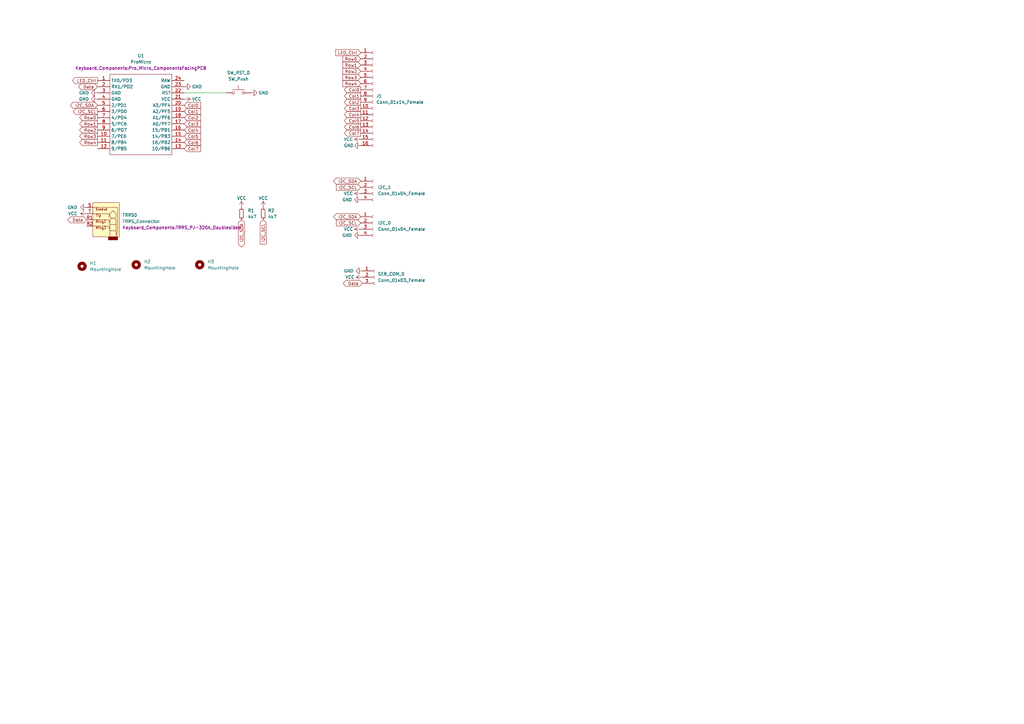
<source format=kicad_sch>
(kicad_sch (version 20231120) (generator "eeschema") (generator_version "8.0")
  (paper "A3")
  (lib_symbols
    (symbol "Connector:Conn_01x03_Female" (pin_names (offset 1.016) hide)
      (property "Reference" "J" (at 0 5.08 0))
      (property "Value" "Conn_01x03_Female" (at 0 -5.08 0))
      (symbol "Conn_01x03_Female_1_1"
        (arc (start 0 -2.032) (mid -0.5058 -2.54) (end 0 -3.048) (stroke (width 0.1524)))
        (polyline (pts (xy -1.27 -2.54) (xy -0.508 -2.54)) (stroke (width 0.1524)))
        (polyline (pts (xy -1.27 0) (xy -0.508 0)) (stroke (width 0.1524)))
        (polyline (pts (xy -1.27 2.54) (xy -0.508 2.54)) (stroke (width 0.1524)))
        (arc (start 0 0.508) (mid -0.5058 0) (end 0 -0.508) (stroke (width 0.1524)))
        (arc (start 0 3.048) (mid -0.5058 2.54) (end 0 2.032) (stroke (width 0.1524)))
        (pin passive line (at -5.08 2.54 0) (length 3.81) (name "Pin_1") (number "1"))
        (pin passive line (at -5.08 0 0) (length 3.81) (name "Pin_2") (number "2"))
        (pin passive line (at -5.08 -2.54 0) (length 3.81) (name "Pin_3") (number "3"))
      )
    )
    (symbol "Connector:Conn_01x04_Female" (pin_names (offset 1.016) hide)
      (property "Reference" "J" (at 0 5.08 0))
      (property "Value" "Conn_01x04_Female" (at 0 -7.62 0))
      (symbol "Conn_01x04_Female_1_1"
        (arc (start 0 -4.572) (mid -0.5058 -5.08) (end 0 -5.588) (stroke (width 0.1524)))
        (arc (start 0 -2.032) (mid -0.5058 -2.54) (end 0 -3.048) (stroke (width 0.1524)))
        (polyline (pts (xy -1.27 -5.08) (xy -0.508 -5.08)) (stroke (width 0.1524)))
        (polyline (pts (xy -1.27 -2.54) (xy -0.508 -2.54)) (stroke (width 0.1524)))
        (polyline (pts (xy -1.27 0) (xy -0.508 0)) (stroke (width 0.1524)))
        (polyline (pts (xy -1.27 2.54) (xy -0.508 2.54)) (stroke (width 0.1524)))
        (arc (start 0 0.508) (mid -0.5058 0) (end 0 -0.508) (stroke (width 0.1524)))
        (arc (start 0 3.048) (mid -0.5058 2.54) (end 0 2.032) (stroke (width 0.1524)))
        (pin passive line (at -5.08 2.54 0) (length 3.81) (name "Pin_1") (number "1"))
        (pin passive line (at -5.08 0 0) (length 3.81) (name "Pin_2") (number "2"))
        (pin passive line (at -5.08 -2.54 0) (length 3.81) (name "Pin_3") (number "3"))
        (pin passive line (at -5.08 -5.08 0) (length 3.81) (name "Pin_4") (number "4"))
      )
    )
    (symbol "Connector:Conn_01x16_Female" (pin_names (offset 1.016) hide)
      (property "Reference" "J" (at 0 20.32 0))
      (property "Value" "Conn_01x16_Female" (at 0 -22.86 0))
      (symbol "Conn_01x16_Female_1_1"
        (arc (start 0 -19.812) (mid -0.5058 -20.32) (end 0 -20.828) (stroke (width 0.1524)))
        (arc (start 0 -17.272) (mid -0.5058 -17.78) (end 0 -18.288) (stroke (width 0.1524)))
        (arc (start 0 -14.732) (mid -0.5058 -15.24) (end 0 -15.748) (stroke (width 0.1524)))
        (arc (start 0 -12.192) (mid -0.5058 -12.7) (end 0 -13.208) (stroke (width 0.1524)))
        (arc (start 0 -9.652) (mid -0.5058 -10.16) (end 0 -10.668) (stroke (width 0.1524)))
        (arc (start 0 -7.112) (mid -0.5058 -7.62) (end 0 -8.128) (stroke (width 0.1524)))
        (arc (start 0 -4.572) (mid -0.5058 -5.08) (end 0 -5.588) (stroke (width 0.1524)))
        (arc (start 0 -2.032) (mid -0.5058 -2.54) (end 0 -3.048) (stroke (width 0.1524)))
        (polyline (pts (xy -1.27 -20.32) (xy -0.508 -20.32)) (stroke (width 0.1524)))
        (polyline (pts (xy -1.27 -17.78) (xy -0.508 -17.78)) (stroke (width 0.1524)))
        (polyline (pts (xy -1.27 -15.24) (xy -0.508 -15.24)) (stroke (width 0.1524)))
        (polyline (pts (xy -1.27 -12.7) (xy -0.508 -12.7)) (stroke (width 0.1524)))
        (polyline (pts (xy -1.27 -10.16) (xy -0.508 -10.16)) (stroke (width 0.1524)))
        (polyline (pts (xy -1.27 -7.62) (xy -0.508 -7.62)) (stroke (width 0.1524)))
        (polyline (pts (xy -1.27 -5.08) (xy -0.508 -5.08)) (stroke (width 0.1524)))
        (polyline (pts (xy -1.27 -2.54) (xy -0.508 -2.54)) (stroke (width 0.1524)))
        (polyline (pts (xy -1.27 0) (xy -0.508 0)) (stroke (width 0.1524)))
        (polyline (pts (xy -1.27 2.54) (xy -0.508 2.54)) (stroke (width 0.1524)))
        (polyline (pts (xy -1.27 5.08) (xy -0.508 5.08)) (stroke (width 0.1524)))
        (polyline (pts (xy -1.27 7.62) (xy -0.508 7.62)) (stroke (width 0.1524)))
        (polyline (pts (xy -1.27 10.16) (xy -0.508 10.16)) (stroke (width 0.1524)))
        (polyline (pts (xy -1.27 12.7) (xy -0.508 12.7)) (stroke (width 0.1524)))
        (polyline (pts (xy -1.27 15.24) (xy -0.508 15.24)) (stroke (width 0.1524)))
        (polyline (pts (xy -1.27 17.78) (xy -0.508 17.78)) (stroke (width 0.1524)))
        (arc (start 0 0.508) (mid -0.5058 0) (end 0 -0.508) (stroke (width 0.1524)))
        (arc (start 0 3.048) (mid -0.5058 2.54) (end 0 2.032) (stroke (width 0.1524)))
        (arc (start 0 5.588) (mid -0.5058 5.08) (end 0 4.572) (stroke (width 0.1524)))
        (arc (start 0 8.128) (mid -0.5058 7.62) (end 0 7.112) (stroke (width 0.1524)))
        (arc (start 0 10.668) (mid -0.5058 10.16) (end 0 9.652) (stroke (width 0.1524)))
        (arc (start 0 13.208) (mid -0.5058 12.7) (end 0 12.192) (stroke (width 0.1524)))
        (arc (start 0 15.748) (mid -0.5058 15.24) (end 0 14.732) (stroke (width 0.1524)))
        (arc (start 0 18.288) (mid -0.5058 17.78) (end 0 17.272) (stroke (width 0.1524)))
        (pin passive line (at -5.08 17.78 0) (length 3.81) (name "Pin_1") (number "1"))
        (pin passive line (at -5.08 -5.08 0) (length 3.81) (name "Pin_10") (number "10"))
        (pin passive line (at -5.08 -7.62 0) (length 3.81) (name "Pin_11") (number "11"))
        (pin passive line (at -5.08 -10.16 0) (length 3.81) (name "Pin_12") (number "12"))
        (pin passive line (at -5.08 -12.7 0) (length 3.81) (name "Pin_13") (number "13"))
        (pin passive line (at -5.08 -15.24 0) (length 3.81) (name "Pin_14") (number "14"))
        (pin passive line (at -5.08 -17.78 0) (length 3.81) (name "Pin_15") (number "15"))
        (pin passive line (at -5.08 -20.32 0) (length 3.81) (name "Pin_16") (number "16"))
        (pin passive line (at -5.08 15.24 0) (length 3.81) (name "Pin_2") (number "2"))
        (pin passive line (at -5.08 12.7 0) (length 3.81) (name "Pin_3") (number "3"))
        (pin passive line (at -5.08 10.16 0) (length 3.81) (name "Pin_4") (number "4"))
        (pin passive line (at -5.08 7.62 0) (length 3.81) (name "Pin_5") (number "5"))
        (pin passive line (at -5.08 5.08 0) (length 3.81) (name "Pin_6") (number "6"))
        (pin passive line (at -5.08 2.54 0) (length 3.81) (name "Pin_7") (number "7"))
        (pin passive line (at -5.08 0 0) (length 3.81) (name "Pin_8") (number "8"))
        (pin passive line (at -5.08 -2.54 0) (length 3.81) (name "Pin_9") (number "9"))
      )
    )
    (symbol "Device:R_Small" (pin_numbers hide) (pin_names (offset 0.254) hide)
      (property "Reference" "R" (at 0.762 0.508 0))
      (property "Value" "R_Small" (at 0.762 -1.016 0))
      (symbol "R_Small_0_1"
        (rectangle (start -0.762 1.778) (end 0.762 -1.778) (stroke (width 0.2032)))
      )
      (symbol "R_Small_1_1"
        (pin passive line (at 0 2.54 270) (length 0.762) (name "~") (number "1"))
        (pin passive line (at 0 -2.54 90) (length 0.762) (name "~") (number "2"))
      )
    )
    (symbol "Keyboard_Components:ProMicro"
      (property "Reference" "U" (at 0 17.78 0))
      (property "Value" "ProMicro" (at 0 -15.24 0))
      (property "Footprint" "Keyboard_Components:Pro_Micro_ComponentsFacingPCB" (at 0 -17.78 0))
      (symbol "ProMicro_0_1"
        (rectangle (start -12.7 16.51) (end 12.7 -16.51))
      )
      (symbol "ProMicro_1_1"
        (pin bidirectional line (at -17.78 13.97 0) (length 5.08) (name "TX0/PD3") (number "1"))
        (pin bidirectional line (at -17.78 -8.89 0) (length 5.08) (name "7/PE6") (number "10"))
        (pin bidirectional line (at -17.78 -11.43 0) (length 5.08) (name "8/PB4") (number "11"))
        (pin bidirectional line (at -17.78 -13.97 0) (length 5.08) (name "9/PB5") (number "12"))
        (pin bidirectional line (at 17.78 -13.97 180) (length 5.08) (name "10/PB6") (number "13"))
        (pin bidirectional line (at 17.78 -11.43 180) (length 5.08) (name "16/PB2") (number "14"))
        (pin bidirectional line (at 17.78 -8.89 180) (length 5.08) (name "14/PB3") (number "15"))
        (pin bidirectional line (at 17.78 -6.35 180) (length 5.08) (name "15/PB1") (number "16"))
        (pin input line (at 17.78 -3.81 180) (length 5.08) (name "A0/PF7") (number "17"))
        (pin bidirectional line (at 17.78 -1.27 180) (length 5.08) (name "A1/PF6") (number "18"))
        (pin bidirectional line (at 17.78 1.27 180) (length 5.08) (name "A2/PF5") (number "19"))
        (pin bidirectional line (at -17.78 11.43 0) (length 5.08) (name "RX1/PD2") (number "2"))
        (pin bidirectional line (at 17.78 3.81 180) (length 5.08) (name "A3/PF4") (number "20"))
        (pin power_out line (at 17.78 6.35 180) (length 5.08) (name "VCC") (number "21"))
        (pin input line (at 17.78 8.89 180) (length 5.08) (name "RST") (number "22"))
        (pin power_out line (at 17.78 11.43 180) (length 5.08) (name "GND") (number "23"))
        (pin output line (at 17.78 13.97 180) (length 5.08) (name "RAW") (number "24"))
        (pin power_out line (at -17.78 8.89 0) (length 5.08) (name "GND") (number "3"))
        (pin power_out line (at -17.78 6.35 0) (length 5.08) (name "GND") (number "4"))
        (pin bidirectional line (at -17.78 3.81 0) (length 5.08) (name "2/PD1") (number "5"))
        (pin bidirectional line (at -17.78 1.27 0) (length 5.08) (name "3/PD0") (number "6"))
        (pin bidirectional line (at -17.78 -1.27 0) (length 5.08) (name "4/PD4") (number "7"))
        (pin bidirectional line (at -17.78 -3.81 0) (length 5.08) (name "5/PC6") (number "8"))
        (pin bidirectional line (at -17.78 -6.35 0) (length 5.08) (name "6/PD7") (number "9"))
      )
    )
    (symbol "Keyboard_Components:TRRS_Connector"
      (property "Reference" "J" (at 2.54 10.16 0))
      (property "Value" "TRRS_Connector" (at 2.54 7.62 0))
      (property "Footprint" "Keyboard_Components:TRRS_PJ-320A" (at 6.35 -10.795 0))
      (symbol "TRRS_Connector_0_0"
        (text "Ring1" (at 3.302 -2.032 0) (effects (font (size 1.016 1.016))))
        (text "Ring2" (at 3.302 -4.572 0) (effects (font (size 1.016 1.016))))
        (text "Sleeve" (at 3.556 3.048 0) (effects (font (size 1.016 1.016))))
        (text "Tip" (at 2.286 0.508 0) (effects (font (size 1.016 1.016))))
      )
      (symbol "TRRS_Connector_0_1"
        (polyline (pts (xy 0 -1.27) (xy 6.35 -1.27)))
        (polyline (pts (xy 0 1.27) (xy 6.35 1.27)))
        (polyline (pts (xy 6.35 -3.81) (xy 0 -3.81)))
        (polyline (pts (xy 6.985 -5.715) (xy 9.525 -5.715)))
        (polyline (pts (xy 6.985 -3.175) (xy 9.525 -3.175)))
        (polyline (pts (xy 7.62 -0.635) (xy 8.89 -0.635)))
        (polyline (pts (xy 0 3.81) (xy 10.16 3.81) (xy 10.16 -6.35)))
        (polyline (pts (xy 6.35 -5.08) (xy 6.985 -4.445) (xy 6.35 -3.81)))
        (polyline (pts (xy 6.35 -2.54) (xy 6.985 -1.905) (xy 6.35 -1.27)))
        (polyline (pts (xy 6.35 0) (xy 6.985 0.635) (xy 6.35 1.27)))
        (polyline (pts (xy 10.16 -7.62) (xy 9.525 -6.985) (xy 10.16 -6.35)))
        (polyline (pts (xy 6.985 -8.89) (xy 6.985 -1.27) (xy 7.62 -0.635) (xy 6.985 0) (xy 6.985 1.27) (xy 8.255 2.54) (xy 9.525 1.27) (xy 9.525 0) (xy 8.89 -0.635) (xy 9.525 -1.27) (xy 9.525 -8.89)))
        (rectangle (start 0 5.715) (end 10.795 -8.255) (fill (type background)))
        (rectangle (start 6.35 -8.255) (end 10.16 -9.525) (fill (type outline)))
      )
      (symbol "TRRS_Connector_1_1"
        (pin input line (at -2.54 -1.27 0) (length 2.54) (name "") (number "R1"))
        (pin input line (at -2.54 -3.81 0) (length 2.54) (name "") (number "R2"))
        (pin input line (at -2.54 3.81 0) (length 2.54) (name "") (number "S"))
        (pin input line (at -2.54 1.27 0) (length 2.54) (name "") (number "T"))
      )
    )
    (symbol "Mechanical:MountingHole" (pin_names (offset 1.016))
      (property "Reference" "H" (at 0 5.08 0))
      (property "Value" "MountingHole" (at 0 3.175 0))
      (symbol "MountingHole_0_1"
        (circle (center 0 0) (radius 1.27) (stroke (width 1.27)))
      )
    )
    (symbol "Switch:SW_Push" (pin_numbers hide) (pin_names (offset 1.016) hide)
      (property "Reference" "SW" (at 1.27 2.54 0))
      (property "Value" "SW_Push" (at 0 -1.524 0))
      (symbol "SW_Push_0_1"
        (circle (center -2.032 0) (radius 0.508))
        (polyline (pts (xy 0 1.27) (xy 0 3.048)))
        (polyline (pts (xy 2.54 1.27) (xy -2.54 1.27)))
        (circle (center 2.032 0) (radius 0.508))
        (pin passive line (at -5.08 0 0) (length 2.54) (name "1") (number "1"))
        (pin passive line (at 5.08 0 180) (length 2.54) (name "2") (number "2"))
      )
    )
    (symbol "power:GND" (power) (pin_names (offset 0))
      (property "Value" "GND" (at 0 -3.81 0))
      (symbol "GND_0_1"
        (polyline (pts (xy 0 0) (xy 0 -1.27) (xy 1.27 -1.27) (xy 0 -2.54) (xy -1.27 -1.27) (xy 0 -1.27)))
      )
      (symbol "GND_1_1"
        (pin power_in line (at 0 0 270) (length 0) hide (name "GND") (number "1"))
      )
    )
    (symbol "power:VCC" (power) (pin_names (offset 0))
      (property "Value" "VCC" (at 0 3.81 0))
      (symbol "VCC_0_1"
        (polyline (pts (xy -0.762 1.27) (xy 0 2.54)))
        (polyline (pts (xy 0 0) (xy 0 2.54)))
        (polyline (pts (xy 0 2.54) (xy 0.762 1.27)))
      )
      (symbol "VCC_1_1"
        (pin power_in line (at 0 0 90) (length 0) hide (name "VCC") (number "1"))
      )
    )
  )
  (wire (pts (xy 75.565 38.1) (xy 92.71 38.1)))
  (global_label "Row4" (shape output) (at 40.005 58.42 180) (property "Intersheetrefs" "${INTERSHEET_REFS}" (effects (hide yes))))
  (global_label "Col2" (shape output) (at 147.955 41.91 180) (property "Intersheetrefs" "${INTERSHEET_REFS}" (effects (hide yes))))
  (global_label "Col0" (shape output) (at 147.955 36.83 180) (property "Intersheetrefs" "${INTERSHEET_REFS}" (effects (hide yes))))
  (global_label "Col2" (shape input) (at 75.565 48.26 0) (property "Intersheetrefs" "${INTERSHEET_REFS}" (effects (hide yes))))
  (global_label "Col1" (shape input) (at 75.565 45.72 0) (property "Intersheetrefs" "${INTERSHEET_REFS}" (effects (hide yes))))
  (global_label "I2C_SDA" (shape bidirectional) (at 147.955 88.9 180) (property "Intersheetrefs" "${INTERSHEET_REFS}" (effects (hide yes))))
  (global_label "Row3" (shape input) (at 147.955 31.75 180) (property "Intersheetrefs" "${INTERSHEET_REFS}" (effects (hide yes))))
  (global_label "Row1" (shape output) (at 40.005 50.8 180) (property "Intersheetrefs" "${INTERSHEET_REFS}" (effects (hide yes))))
  (global_label "Col6" (shape output) (at 147.955 52.07 180) (property "Intersheetrefs" "${INTERSHEET_REFS}" (effects (hide yes))))
  (global_label "Data" (shape bidirectional) (at 40.005 35.56 180) (property "Intersheetrefs" "${INTERSHEET_REFS}" (effects (hide yes))))
  (global_label "I2C_SCL" (shape output) (at 40.005 45.72 180) (property "Intersheetrefs" "${INTERSHEET_REFS}" (effects (hide yes))))
  (global_label "Row0" (shape output) (at 40.005 48.26 180) (property "Intersheetrefs" "${INTERSHEET_REFS}" (effects (hide yes))))
  (global_label "Col6" (shape input) (at 75.565 58.42 0) (property "Intersheetrefs" "${INTERSHEET_REFS}" (effects (hide yes))))
  (global_label "I2C_SDA" (shape bidirectional) (at 147.955 74.295 180) (property "Intersheetrefs" "${INTERSHEET_REFS}" (effects (hide yes))))
  (global_label "Col3" (shape output) (at 147.955 44.45 180) (property "Intersheetrefs" "${INTERSHEET_REFS}" (effects (hide yes))))
  (global_label "Col5" (shape input) (at 75.565 55.88 0) (property "Intersheetrefs" "${INTERSHEET_REFS}" (effects (hide yes))))
  (global_label "LED_Ctrl" (shape output) (at 40.005 33.02 180) (property "Intersheetrefs" "${INTERSHEET_REFS}" (effects (hide yes))))
  (global_label "Row2" (shape output) (at 40.005 53.34 180) (property "Intersheetrefs" "${INTERSHEET_REFS}" (effects (hide yes))))
  (global_label "Row4" (shape input) (at 147.955 34.29 180) (property "Intersheetrefs" "${INTERSHEET_REFS}" (effects (hide yes))))
  (global_label "Row3" (shape output) (at 40.005 55.88 180) (property "Intersheetrefs" "${INTERSHEET_REFS}" (effects (hide yes))))
  (global_label "I2C_SCL" (shape input) (at 147.955 76.835 180) (property "Intersheetrefs" "${INTERSHEET_REFS}" (effects (hide yes))))
  (global_label "I2C_SDA" (shape bidirectional) (at 99.06 90.17 270) (property "Intersheetrefs" "${INTERSHEET_REFS}" (effects (hide yes))))
  (global_label "Col1" (shape output) (at 147.955 39.37 180) (property "Intersheetrefs" "${INTERSHEET_REFS}" (effects (hide yes))))
  (global_label "Col5" (shape output) (at 147.955 49.53 180) (property "Intersheetrefs" "${INTERSHEET_REFS}" (effects (hide yes))))
  (global_label "Col0" (shape input) (at 75.565 43.18 0) (property "Intersheetrefs" "${INTERSHEET_REFS}" (effects (hide yes))))
  (global_label "Col7" (shape input) (at 75.565 60.96 0) (property "Intersheetrefs" "${INTERSHEET_REFS}" (effects (hide yes))))
  (global_label "Data" (shape bidirectional) (at 35.56 90.17 180) (property "Intersheetrefs" "${INTERSHEET_REFS}" (effects (hide yes))))
  (global_label "I2C_SCL" (shape input) (at 147.955 91.44 180) (property "Intersheetrefs" "${INTERSHEET_REFS}" (effects (hide yes))))
  (global_label "Row1" (shape input) (at 147.955 26.67 180) (property "Intersheetrefs" "${INTERSHEET_REFS}" (effects (hide yes))))
  (global_label "Col4" (shape output) (at 147.955 46.99 180) (property "Intersheetrefs" "${INTERSHEET_REFS}" (effects (hide yes))))
  (global_label "Col3" (shape input) (at 75.565 50.8 0) (property "Intersheetrefs" "${INTERSHEET_REFS}" (effects (hide yes))))
  (global_label "Row2" (shape input) (at 147.955 29.21 180) (property "Intersheetrefs" "${INTERSHEET_REFS}" (effects (hide yes))))
  (global_label "I2C_SDA" (shape bidirectional) (at 40.005 43.18 180) (property "Intersheetrefs" "${INTERSHEET_REFS}" (effects (hide yes))))
  (global_label "Data" (shape bidirectional) (at 148.59 116.205 180) (property "Intersheetrefs" "${INTERSHEET_REFS}" (effects (hide yes))))
  (global_label "I2C_SCL" (shape input) (at 107.95 90.17 270) (property "Intersheetrefs" "${INTERSHEET_REFS}" (effects (hide yes))))
  (global_label "Row0" (shape input) (at 147.955 24.13 180) (property "Intersheetrefs" "${INTERSHEET_REFS}" (effects (hide yes))))
  (global_label "Col7" (shape output) (at 147.955 54.61 180) (property "Intersheetrefs" "${INTERSHEET_REFS}" (effects (hide yes))))
  (global_label "Col4" (shape input) (at 75.565 53.34 0) (property "Intersheetrefs" "${INTERSHEET_REFS}" (effects (hide yes))))
  (global_label "LED_Ctrl" (shape input) (at 147.955 21.59 180) (property "Intersheetrefs" "${INTERSHEET_REFS}" (effects (hide yes))))
  (symbol (lib_id "Mechanical:MountingHole") (at 33.655 109.22 0) (unit 1)
    (property "Reference" "H1" (at 36.83 107.9499 0) (effects (justify left)))
    (property "Value" "MountingHole" (at 36.83 110.4899 0) (effects (justify left)))
    (property "Footprint" "Keyboard_Components:M2_Mountinghole" (effects (hide yes)))
  )
  (symbol (lib_id "Connector:Conn_01x03_Female") (at 153.67 113.665 0) (unit 1)
    (property "Reference" "SER_COM_0" (at 154.94 112.3949 0) (effects (justify left)))
    (property "Value" "Conn_01x03_Female" (at 154.94 114.9349 0) (effects (justify left)))
    (property "Footprint" "Connector_PinHeader_2.54mm:PinHeader_1x03_P2.54mm_Vertical" (effects (hide yes)))
  )
  (symbol (lib_id "Connector:Conn_01x04_Female") (at 153.035 76.835 0) (unit 1)
    (property "Reference" "I2C_1" (at 154.94 76.8349 0) (effects (justify left)))
    (property "Value" "Conn_01x04_Female" (at 154.94 79.3749 0) (effects (justify left)))
    (property "Footprint" "Connector_PinHeader_2.54mm:PinHeader_1x04_P2.54mm_Vertical" (effects (hide yes)))
  )
  (symbol (lib_id "power:GND") (at 147.955 59.69 270) (unit 1)
    (property "Reference" "#PWR0110" (effects (hide yes)))
    (property "Value" "GND" (at 140.97 59.69 90) (effects (justify left)))
  )
  (symbol (lib_id "power:VCC") (at 75.565 40.64 270) (unit 1)
    (property "Reference" "#PWR020" (effects (hide yes)))
    (property "Value" "VCC" (at 78.74 40.6399 90) (effects (justify left)))
  )
  (symbol (lib_id "power:GND") (at 147.955 81.915 270) (unit 1)
    (property "Reference" "#PWR0108" (effects (hide yes)))
    (property "Value" "GND" (at 140.335 81.915 90) (effects (justify left)))
  )
  (symbol (lib_id "Switch:SW_Push") (at 97.79 38.1 0) (unit 1)
    (property "Reference" "SW_RST_0" (at 97.79 29.845 0))
    (property "Value" "SW_Push" (at 97.79 32.385 0))
    (property "Footprint" "Keyboard_Components:Reset_Switch" (effects (hide yes)))
  )
  (symbol (lib_id "power:GND") (at 148.59 111.125 270) (unit 1)
    (property "Reference" "#PWR0103" (effects (hide yes)))
    (property "Value" "GND" (at 140.97 111.125 90) (effects (justify left)))
  )
  (symbol (lib_id "power:VCC") (at 99.06 85.09 0) (unit 1)
    (property "Reference" "#PWR0101" (effects (hide yes)))
    (property "Value" "VCC" (at 97.155 81.28 0) (effects (justify left)))
  )
  (symbol (lib_id "power:VCC") (at 147.955 57.15 90) (unit 1)
    (property "Reference" "#PWR0109" (effects (hide yes)))
    (property "Value" "VCC" (at 140.97 57.15 90) (effects (justify right)))
  )
  (symbol (lib_id "power:VCC") (at 147.955 93.98 90) (unit 1)
    (property "Reference" "#PWR0105" (effects (hide yes)))
    (property "Value" "VCC" (at 140.97 93.98 90) (effects (justify right)))
  )
  (symbol (lib_id "power:GND") (at 102.87 38.1 90) (unit 1)
    (property "Reference" "#PWR021" (effects (hide yes)))
    (property "Value" "GND" (at 106.045 38.0999 90) (effects (justify right)))
  )
  (symbol (lib_id "Mechanical:MountingHole") (at 81.915 108.585 0) (unit 1)
    (property "Reference" "H3" (at 85.09 107.3149 0) (effects (justify left)))
    (property "Value" "MountingHole" (at 85.09 109.8549 0) (effects (justify left)))
    (property "Footprint" "Keyboard_Components:M2_Mountinghole" (effects (hide yes)))
  )
  (symbol (lib_id "Keyboard_Components:TRRS_Connector") (at 38.1 88.9 0) (unit 1)
    (property "Reference" "TRRS0" (at 50.165 88.2649 0) (effects (justify left)))
    (property "Value" "TRRS_Connector" (at 50.165 90.8049 0) (effects (justify left)))
    (property "Footprint" "Keyboard_Components:TRRS_PJ-320A_Doublesided" (at 50.165 93.3449 0) (effects (justify left)))
  )
  (symbol (lib_id "power:GND") (at 75.565 35.56 90) (unit 1)
    (property "Reference" "#PWR019" (effects (hide yes)))
    (property "Value" "GND" (at 78.74 35.5599 90) (effects (justify right)))
  )
  (symbol (lib_id "Connector:Conn_01x04_Female") (at 153.035 91.44 0) (unit 1)
    (property "Reference" "I2C_0" (at 154.94 91.4399 0) (effects (justify left)))
    (property "Value" "Conn_01x04_Female" (at 154.94 93.9799 0) (effects (justify left)))
    (property "Footprint" "Connector_PinHeader_2.54mm:PinHeader_1x04_P2.54mm_Vertical" (effects (hide yes)))
  )
  (symbol (lib_id "power:VCC") (at 35.56 87.63 90) (unit 1)
    (property "Reference" "#PWR017" (effects (hide yes)))
    (property "Value" "VCC" (at 31.75 87.6299 90) (effects (justify left)))
  )
  (symbol (lib_id "power:GND") (at 35.56 85.09 270) (unit 1)
    (property "Reference" "#PWR018" (effects (hide yes)))
    (property "Value" "GND" (at 31.75 85.0899 90) (effects (justify right)))
  )
  (symbol (lib_id "Connector:Conn_01x16_Female") (at 153.035 39.37 0) (unit 1)
    (property "Reference" "J1" (at 154.305 39.3699 0) (effects (justify left)))
    (property "Value" "Conn_01x14_Female" (at 154.305 41.9099 0) (effects (justify left)))
    (property "Footprint" "Connector_PinHeader_2.54mm:PinHeader_1x16_P2.54mm_Vertical" (effects (hide yes)))
  )
  (symbol (lib_id "power:GND") (at 40.005 40.64 270) (unit 1)
    (property "Reference" "#PWR016" (effects (hide yes)))
    (property "Value" "GND" (at 32.385 40.64 90) (effects (justify left)))
  )
  (symbol (lib_id "power:VCC") (at 147.955 79.375 90) (unit 1)
    (property "Reference" "#PWR0107" (effects (hide yes)))
    (property "Value" "VCC" (at 140.97 79.375 90) (effects (justify right)))
  )
  (symbol (lib_id "Keyboard_Components:ProMicro") (at 57.785 46.99 0) (unit 1)
    (property "Reference" "U1" (at 57.785 22.86 0))
    (property "Value" "ProMicro" (at 57.785 25.4 0))
    (property "Footprint" "Keyboard_Components:Pro_Micro_ComponentsFacingPCB" (at 57.785 27.94 0))
  )
  (symbol (lib_id "power:VCC") (at 148.59 113.665 90) (unit 1)
    (property "Reference" "#PWR0104" (effects (hide yes)))
    (property "Value" "VCC" (at 141.605 113.665 90) (effects (justify right)))
  )
  (symbol (lib_id "power:VCC") (at 107.95 85.09 0) (unit 1)
    (property "Reference" "#PWR0102" (effects (hide yes)))
    (property "Value" "VCC" (at 106.045 81.28 0) (effects (justify left)))
  )
  (symbol (lib_id "Device:R_Small") (at 107.95 87.63 0) (unit 1)
    (property "Reference" "R2" (at 109.855 86.3599 0) (effects (justify left)))
    (property "Value" "4k7" (at 109.855 88.8999 0) (effects (justify left)))
    (property "Footprint" "Keyboard_Components:Resistor" (effects (hide yes)))
  )
  (symbol (lib_id "Mechanical:MountingHole") (at 55.88 108.585 0) (unit 1)
    (property "Reference" "H2" (at 59.055 107.3149 0) (effects (justify left)))
    (property "Value" "MountingHole" (at 59.055 109.8549 0) (effects (justify left)))
    (property "Footprint" "Keyboard_Components:M2_Mountinghole" (effects (hide yes)))
  )
  (symbol (lib_id "power:GND") (at 147.955 96.52 270) (unit 1)
    (property "Reference" "#PWR0106" (effects (hide yes)))
    (property "Value" "GND" (at 140.335 96.52 90) (effects (justify left)))
  )
  (symbol (lib_id "power:GND") (at 40.005 38.1 270) (unit 1)
    (property "Reference" "#PWR015" (effects (hide yes)))
    (property "Value" "GND" (at 32.385 38.1 90) (effects (justify left)))
  )
  (symbol (lib_id "Device:R_Small") (at 99.06 87.63 0) (unit 1)
    (property "Reference" "R1" (at 101.6 86.3599 0) (effects (justify left)))
    (property "Value" "4k7" (at 101.6 88.8999 0) (effects (justify left)))
    (property "Footprint" "Keyboard_Components:Resistor" (effects (hide yes)))
  )
)
</source>
